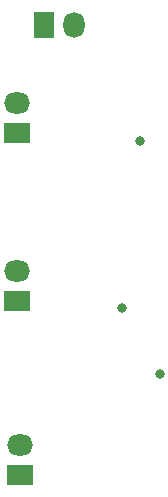
<source format=gbs>
G04*
G04 #@! TF.GenerationSoftware,Altium Limited,Altium Designer,21.2.2 (38)*
G04*
G04 Layer_Color=16711935*
%FSLAX25Y25*%
%MOIN*%
G70*
G04*
G04 #@! TF.SameCoordinates,88FA53B8-33D6-4C0A-A806-AD2D67DBFD48*
G04*
G04*
G04 #@! TF.FilePolarity,Negative*
G04*
G01*
G75*
%ADD33R,0.07099X0.08674*%
%ADD34O,0.07099X0.08674*%
%ADD35O,0.08674X0.07099*%
%ADD36R,0.08674X0.07099*%
%ADD37C,0.03162*%
D33*
X63000Y212000D02*
D03*
D34*
X73000D02*
D03*
D35*
X54000Y186000D02*
D03*
X55000Y72000D02*
D03*
X54000Y130000D02*
D03*
D36*
Y176000D02*
D03*
X55000Y62000D02*
D03*
X54000Y120000D02*
D03*
D37*
X101500Y95500D02*
D03*
X94874Y173126D02*
D03*
X89063Y117437D02*
D03*
M02*

</source>
